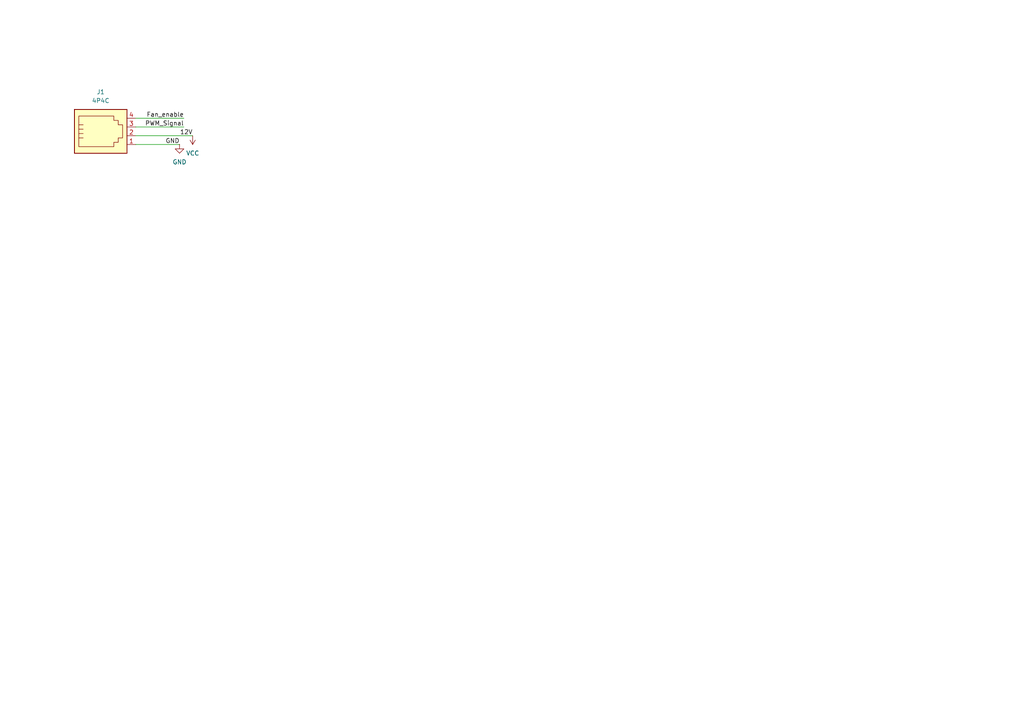
<source format=kicad_sch>
(kicad_sch (version 20250114) (generator "eeschema") (generator_version "9.0")
  (paper "A4")
  (lib_symbols
    (symbol "Connector:4P4C" (pin_names (offset 1.016))
      (property "Reference" "J" (at -5.08 8.89 0))
      (property "Value" "4P4C" (at 2.54 8.89 0))
      (symbol "4P4C_0_1"
        (polyline (pts (xy -6.35 3.175) (xy -5.08 3.175) (xy -5.08 3.175)))
        (polyline (pts (xy -6.35 1.905) (xy -5.08 1.905) (xy -5.08 1.905)))
        (polyline (pts (xy -6.35 0.635) (xy -5.08 0.635) (xy -5.08 0.635)))
        (polyline (pts (xy -6.35 -0.635) (xy -5.08 -0.635) (xy -5.08 -0.635)))
        (polyline (pts (xy -6.35 -3.175) (xy -6.35 5.715) (xy -1.27 5.715) (xy 3.81 5.715) (xy 3.81 4.445) (xy 5.08 4.445) (xy 5.08 3.175) (xy 6.35 3.175) (xy 6.35 -0.635) (xy 5.08 -0.635) (xy 5.08 -1.905) (xy 3.81 -1.905) (xy 3.81 -3.175) (xy -6.35 -3.175) (xy -6.35 -3.175)))
        (rectangle (start 7.62 7.62) (end -7.62 -5.08) (stroke (width 0.254)) (fill (type background)))
      )
      (symbol "4P4C_1_1"
        (pin passive line (at 10.16 5.08 180) (length 2.54) (name "~") (number "4"))
        (pin passive line (at 10.16 2.54 180) (length 2.54) (name "~") (number "3"))
        (pin passive line (at 10.16 0 180) (length 2.54) (name "~") (number "2"))
        (pin passive line (at 10.16 -2.54 180) (length 2.54) (name "~") (number "1"))
      )
    )
    (symbol "power:GND" (power) (pin_numbers (hide yes)) (pin_names (offset 0) (hide yes))
      (property "Value" "GND" (at 0 -3.81 0))
      (symbol "GND_0_1"
        (polyline (pts (xy 0 0) (xy 0 -1.27) (xy 1.27 -1.27) (xy 0 -2.54) (xy -1.27 -1.27) (xy 0 -1.27)))
      )
      (symbol "GND_1_1"
        (pin power_in line (at 0 0 270) (length 0) (name "~") (number "1"))
      )
    )
    (symbol "power:VCC" (power) (pin_numbers (hide yes)) (pin_names (offset 0) (hide yes))
      (property "Value" "VCC" (at 0 3.556 0))
      (symbol "VCC_0_1"
        (polyline (pts (xy -0.762 1.27) (xy 0 2.54)))
        (polyline (pts (xy 0 2.54) (xy 0.762 1.27)))
        (polyline (pts (xy 0 0) (xy 0 2.54)))
      )
      (symbol "VCC_1_1"
        (pin power_in line (at 0 0 90) (length 0) (name "~") (number "1"))
      )
    )
  )
  (wire (pts (xy 53.34 36.83) (xy 39.37 36.83)))
  (wire (pts (xy 39.37 41.91) (xy 52.07 41.91)))
  (wire (pts (xy 53.34 34.29) (xy 39.37 34.29)))
  (wire (pts (xy 39.37 39.37) (xy 55.88 39.37)))
  (label "GND" (at 52.07 41.91 180))
  (label "PWM_Signal" (at 53.34 36.83 180))
  (label "Fan_enable" (at 53.34 34.29 180))
  (label "12V" (at 55.88 39.37 180))
  (symbol (lib_id "power:GND") (at 52.07 41.91 0) (unit 1)
    (property "Reference" "#PWR01" (effects (hide yes)))
    (property "Value" "GND" (at 52.07 46.99 0))
    (property "Description" "Power symbol creates a global label with name \"GND\" , ground" (effects (hide yes)))
  )
  (symbol (lib_id "power:VCC") (at 55.88 39.37 180) (unit 1)
    (property "Reference" "#PWR02" (effects (hide yes)))
    (property "Value" "VCC" (at 55.88 44.45 0))
    (property "Description" "Power symbol creates a global label with name \"VCC\"" (effects (hide yes)))
  )
  (symbol (lib_id "Connector:4P4C") (at 29.21 39.37 0) (unit 1)
    (property "Reference" "J1" (at 29.21 26.67 0))
    (property "Value" "4P4C" (at 29.21 29.21 0))
    (property "Description" "RJ connector, 4P4C (4 positions 4 connected), RJ9/RJ10/RJ22" (effects (hide yes)))
  )
)
</source>
